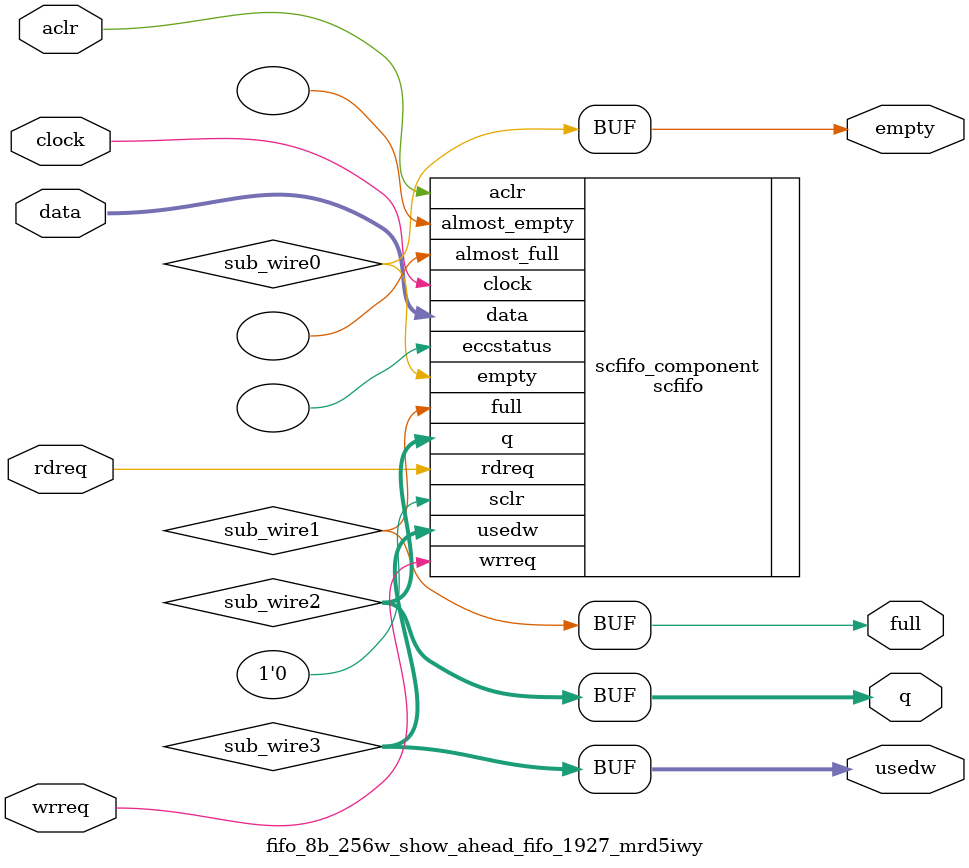
<source format=v>



`timescale 1 ps / 1 ps
// synopsys translate_on
module  fifo_8b_256w_show_ahead_fifo_1927_mrd5iwy  (
    aclr,
    clock,
    data,
    rdreq,
    wrreq,
    empty,
    full,
    q,
    usedw);

    input    aclr;
    input    clock;
    input  [7:0]  data;
    input    rdreq;
    input    wrreq;
    output   empty;
    output   full;
    output [7:0]  q;
    output [7:0]  usedw;

    wire  sub_wire0;
    wire  sub_wire1;
    wire [7:0] sub_wire2;
    wire [7:0] sub_wire3;
    wire  empty = sub_wire0;
    wire  full = sub_wire1;
    wire [7:0] q = sub_wire2[7:0];
    wire [7:0] usedw = sub_wire3[7:0];

    scfifo  scfifo_component (
                .aclr (aclr),
                .clock (clock),
                .data (data),
                .rdreq (rdreq),
                .wrreq (wrreq),
                .empty (sub_wire0),
                .full (sub_wire1),
                .q (sub_wire2),
                .usedw (sub_wire3),
                .almost_empty (),
                .almost_full (),
                .eccstatus (),
                .sclr (1'b0));
    defparam
        scfifo_component.add_ram_output_register  = "OFF",
        scfifo_component.enable_ecc  = "FALSE",
        scfifo_component.intended_device_family  = "Agilex 7",
        scfifo_component.lpm_numwords  = 256,
        scfifo_component.lpm_showahead  = "ON",
        scfifo_component.lpm_type  = "scfifo",
        scfifo_component.lpm_width  = 8,
        scfifo_component.lpm_widthu  = 8,
        scfifo_component.overflow_checking  = "OFF",
        scfifo_component.underflow_checking  = "OFF",
        scfifo_component.use_eab  = "ON";


endmodule



</source>
